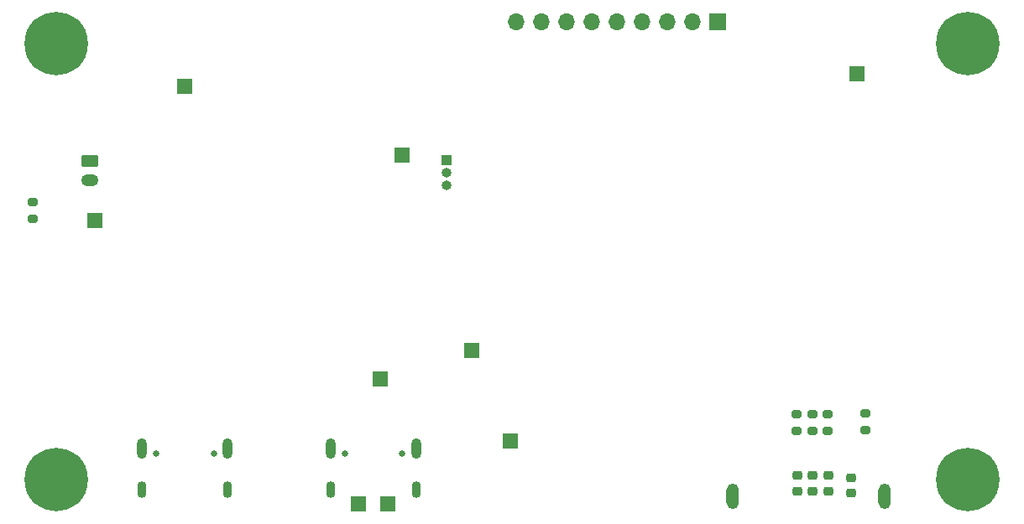
<source format=gbr>
%TF.GenerationSoftware,KiCad,Pcbnew,(6.0.2-0)*%
%TF.CreationDate,2022-03-30T00:09:39+02:00*%
%TF.ProjectId,RP2040GPSTracker,52503230-3430-4475-9053-547261636b65,rev?*%
%TF.SameCoordinates,PX4416780PY363af58*%
%TF.FileFunction,Soldermask,Bot*%
%TF.FilePolarity,Negative*%
%FSLAX46Y46*%
G04 Gerber Fmt 4.6, Leading zero omitted, Abs format (unit mm)*
G04 Created by KiCad (PCBNEW (6.0.2-0)) date 2022-03-30 00:09:39*
%MOMM*%
%LPD*%
G01*
G04 APERTURE LIST*
G04 Aperture macros list*
%AMRoundRect*
0 Rectangle with rounded corners*
0 $1 Rounding radius*
0 $2 $3 $4 $5 $6 $7 $8 $9 X,Y pos of 4 corners*
0 Add a 4 corners polygon primitive as box body*
4,1,4,$2,$3,$4,$5,$6,$7,$8,$9,$2,$3,0*
0 Add four circle primitives for the rounded corners*
1,1,$1+$1,$2,$3*
1,1,$1+$1,$4,$5*
1,1,$1+$1,$6,$7*
1,1,$1+$1,$8,$9*
0 Add four rect primitives between the rounded corners*
20,1,$1+$1,$2,$3,$4,$5,0*
20,1,$1+$1,$4,$5,$6,$7,0*
20,1,$1+$1,$6,$7,$8,$9,0*
20,1,$1+$1,$8,$9,$2,$3,0*%
G04 Aperture macros list end*
%ADD10C,0.650000*%
%ADD11O,0.900000X1.700000*%
%ADD12O,1.000000X2.100000*%
%ADD13C,6.400000*%
%ADD14RoundRect,0.250000X-0.625000X0.350000X-0.625000X-0.350000X0.625000X-0.350000X0.625000X0.350000X0*%
%ADD15O,1.750000X1.200000*%
%ADD16R,1.000000X1.000000*%
%ADD17O,1.000000X1.000000*%
%ADD18O,1.270000X2.565400*%
%ADD19R,1.700000X1.700000*%
%ADD20O,1.700000X1.700000*%
%ADD21RoundRect,0.225000X0.250000X-0.225000X0.250000X0.225000X-0.250000X0.225000X-0.250000X-0.225000X0*%
%ADD22R,1.500000X1.500000*%
%ADD23RoundRect,0.200000X-0.275000X0.200000X-0.275000X-0.200000X0.275000X-0.200000X0.275000X0.200000X0*%
%ADD24RoundRect,0.200000X0.275000X-0.200000X0.275000X0.200000X-0.275000X0.200000X-0.275000X-0.200000X0*%
G04 APERTURE END LIST*
D10*
%TO.C,J7*%
X32714800Y7464600D03*
X38494800Y7464600D03*
D11*
X31279800Y3814600D03*
D12*
X39929800Y7994600D03*
X31279800Y7994600D03*
D11*
X39929800Y3814600D03*
%TD*%
D13*
%TO.C,H4*%
X3604800Y4864600D03*
%TD*%
%TO.C,H3*%
X95604800Y4864600D03*
%TD*%
D14*
%TO.C,J9*%
X6995000Y37030000D03*
D15*
X6995000Y35030000D03*
%TD*%
D13*
%TO.C,H2*%
X95604800Y48864600D03*
%TD*%
D16*
%TO.C,J3*%
X42945000Y37130000D03*
D17*
X42945000Y35860000D03*
X42945000Y34590000D03*
%TD*%
D18*
%TO.C,J8*%
X87215000Y3159500D03*
X71865000Y3159500D03*
%TD*%
D13*
%TO.C,H1*%
X3604800Y48864600D03*
%TD*%
D10*
%TO.C,J6*%
X13714800Y7464600D03*
X19494800Y7464600D03*
D12*
X20929800Y7994600D03*
D11*
X12279800Y3814600D03*
X20929800Y3814600D03*
D12*
X12279800Y7994600D03*
%TD*%
D19*
%TO.C,J11*%
X70300000Y51105000D03*
D20*
X67760000Y51105000D03*
X65220000Y51105000D03*
X62680000Y51105000D03*
X60140000Y51105000D03*
X57600000Y51105000D03*
X55060000Y51105000D03*
X52520000Y51105000D03*
X49980000Y51105000D03*
%TD*%
D21*
%TO.C,C28*%
X81470000Y3680000D03*
X81470000Y5230000D03*
%TD*%
D22*
%TO.C,TP4*%
X36270000Y14995000D03*
%TD*%
%TO.C,TP3*%
X45555000Y17900000D03*
%TD*%
%TO.C,TP6*%
X38505000Y37620000D03*
%TD*%
D23*
%TO.C,R27*%
X85235000Y11490000D03*
X85235000Y9840000D03*
%TD*%
D24*
%TO.C,R25*%
X78335000Y9760000D03*
X78335000Y11410000D03*
%TD*%
D22*
%TO.C,TP9*%
X7490000Y30970000D03*
%TD*%
%TO.C,TP5*%
X84355000Y45835000D03*
%TD*%
%TO.C,TP8*%
X16560000Y44555000D03*
%TD*%
%TO.C,TP7*%
X49435000Y8765000D03*
%TD*%
D21*
%TO.C,C27*%
X83820000Y3460000D03*
X83820000Y5010000D03*
%TD*%
D24*
%TO.C,R26*%
X79865000Y9770000D03*
X79865000Y11420000D03*
%TD*%
D21*
%TO.C,C30*%
X79935000Y3680000D03*
X79935000Y5230000D03*
%TD*%
%TO.C,C29*%
X78390000Y3680000D03*
X78390000Y5230000D03*
%TD*%
D24*
%TO.C,R24*%
X81395000Y9770000D03*
X81395000Y11420000D03*
%TD*%
%TO.C,TH1*%
X1215000Y31200000D03*
X1215000Y32850000D03*
%TD*%
D22*
%TO.C,TP2*%
X37100000Y2365000D03*
%TD*%
%TO.C,TP1*%
X34070000Y2375000D03*
%TD*%
M02*

</source>
